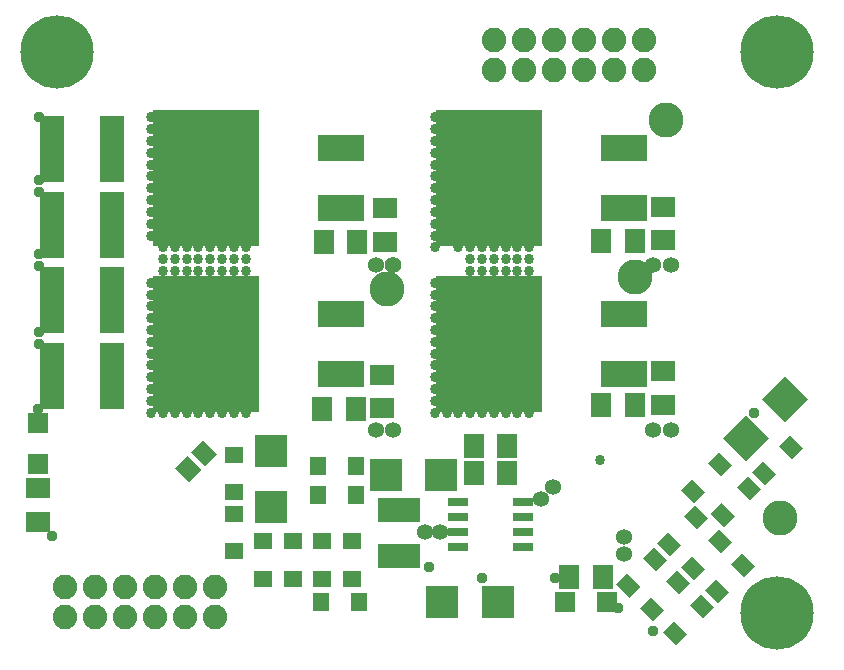
<source format=gbr>
G04 EAGLE Gerber RS-274X export*
G75*
%MOMM*%
%FSLAX34Y34*%
%LPD*%
%INSoldermask Top*%
%IPPOS*%
%AMOC8*
5,1,8,0,0,1.08239X$1,22.5*%
G01*
%ADD10R,1.803200X2.003200*%
%ADD11R,3.603200X2.103200*%
%ADD12R,1.723200X0.803200*%
%ADD13R,2.743200X2.743200*%
%ADD14R,1.317800X1.564400*%
%ADD15R,4.013200X2.286000*%
%ADD16R,9.093200X11.633200*%
%ADD17R,2.006200X1.803200*%
%ADD18R,1.803200X2.006200*%
%ADD19R,2.053200X5.703200*%
%ADD20R,1.564400X1.317800*%
%ADD21R,2.743200X2.743200*%
%ADD22R,1.703200X1.703200*%
%ADD23C,2.963200*%
%ADD24C,2.082800*%
%ADD25R,1.503200X1.703200*%
%ADD26C,3.903200*%
%ADD27C,6.203200*%
%ADD28C,0.859600*%
%ADD29C,0.959600*%
%ADD30C,1.409600*%
%ADD31C,1.359600*%


D10*
X393000Y182000D03*
X421000Y182000D03*
X393000Y159000D03*
X421000Y159000D03*
D11*
X330000Y88500D03*
X330000Y127500D03*
D12*
X379400Y108650D03*
X379400Y121350D03*
X379400Y134050D03*
X379400Y95950D03*
X434600Y108650D03*
X434600Y121350D03*
X434600Y134050D03*
X434600Y95950D03*
D13*
X318505Y157000D03*
X365495Y157000D03*
D14*
G36*
X536127Y87188D02*
X545446Y96507D01*
X556507Y85446D01*
X547188Y76127D01*
X536127Y87188D01*
G37*
G36*
X513493Y64554D02*
X522812Y73873D01*
X533873Y62812D01*
X524554Y53493D01*
X513493Y64554D01*
G37*
G36*
X556127Y67188D02*
X565446Y76507D01*
X576507Y65446D01*
X567188Y56127D01*
X556127Y67188D01*
G37*
G36*
X533493Y44554D02*
X542812Y53873D01*
X553873Y42812D01*
X544554Y33493D01*
X533493Y44554D01*
G37*
D15*
X520400Y242900D03*
X520400Y293700D03*
D16*
X406100Y268300D03*
D17*
X553000Y216840D03*
X553000Y245280D03*
D18*
X500780Y216380D03*
X529220Y216380D03*
D15*
X520400Y382900D03*
X520400Y433700D03*
D16*
X406100Y408300D03*
D17*
X553000Y355840D03*
X553000Y384280D03*
D18*
X500780Y355380D03*
X529220Y355380D03*
D14*
X260996Y165000D03*
X293004Y165000D03*
X260996Y140000D03*
X293004Y140000D03*
D15*
X280400Y242900D03*
X280400Y293700D03*
D16*
X166100Y268300D03*
D17*
X315680Y213840D03*
X315680Y242280D03*
D18*
X264780Y213380D03*
X293220Y213380D03*
D15*
X280400Y382900D03*
X280400Y433700D03*
D16*
X166100Y408300D03*
D17*
X317680Y354840D03*
X317680Y383280D03*
D18*
X265920Y354380D03*
X294360Y354380D03*
D19*
X87000Y369000D03*
X36000Y369000D03*
X87000Y433000D03*
X36000Y433000D03*
X87000Y305000D03*
X36000Y305000D03*
X87000Y241000D03*
X36000Y241000D03*
D20*
X215000Y101004D03*
X215000Y68996D03*
X190000Y124504D03*
X190000Y92496D03*
X190000Y174504D03*
X190000Y142496D03*
D13*
X221000Y130505D03*
X221000Y177495D03*
D14*
G36*
X616127Y147188D02*
X625446Y156507D01*
X636507Y145446D01*
X627188Y136127D01*
X616127Y147188D01*
G37*
G36*
X593493Y124554D02*
X602812Y133873D01*
X613873Y122812D01*
X604554Y113493D01*
X593493Y124554D01*
G37*
G36*
X591127Y167188D02*
X600446Y176507D01*
X611507Y165446D01*
X602188Y156127D01*
X591127Y167188D01*
G37*
G36*
X568493Y144554D02*
X577812Y153873D01*
X588873Y142812D01*
X579554Y133493D01*
X568493Y144554D01*
G37*
G36*
X651127Y182188D02*
X660446Y191507D01*
X671507Y180446D01*
X662188Y171127D01*
X651127Y182188D01*
G37*
G36*
X628493Y159554D02*
X637812Y168873D01*
X648873Y157812D01*
X639554Y148493D01*
X628493Y159554D01*
G37*
D21*
G36*
X637216Y221613D02*
X656613Y241010D01*
X676010Y221613D01*
X656613Y202216D01*
X637216Y221613D01*
G37*
G36*
X642784Y188387D02*
X623387Y168990D01*
X603990Y188387D01*
X623387Y207784D01*
X642784Y188387D01*
G37*
D13*
X413495Y50000D03*
X366505Y50000D03*
D17*
X24000Y117780D03*
X24000Y146220D03*
D18*
X473780Y71000D03*
X502220Y71000D03*
D22*
X24000Y201500D03*
X24000Y166500D03*
X505500Y50000D03*
X470500Y50000D03*
D23*
X320000Y315000D03*
X530000Y325000D03*
X556000Y458000D03*
X652000Y121000D03*
D24*
X47000Y37000D03*
X47000Y62400D03*
X72400Y37000D03*
X72400Y62400D03*
X97800Y37000D03*
X97800Y62400D03*
X123200Y37000D03*
X123200Y62400D03*
X148600Y37000D03*
X148600Y62400D03*
X174000Y37000D03*
X174000Y62400D03*
X410000Y500000D03*
X410000Y525400D03*
X435400Y500000D03*
X435400Y525400D03*
X460800Y500000D03*
X460800Y525400D03*
X486200Y500000D03*
X486200Y525400D03*
X511600Y500000D03*
X511600Y525400D03*
X537000Y500000D03*
X537000Y525400D03*
D25*
G36*
X162618Y161575D02*
X151989Y150946D01*
X139946Y162989D01*
X150575Y173618D01*
X162618Y161575D01*
G37*
G36*
X176054Y175011D02*
X165425Y164382D01*
X153382Y176425D01*
X164011Y187054D01*
X176054Y175011D01*
G37*
D26*
X650000Y40000D03*
D27*
X650000Y40000D03*
D26*
X40000Y515000D03*
D27*
X40000Y515000D03*
D26*
X650000Y515000D03*
D27*
X650000Y515000D03*
D14*
X263996Y50000D03*
X296004Y50000D03*
D20*
X290000Y101004D03*
X290000Y68996D03*
X265000Y101004D03*
X265000Y68996D03*
X240000Y101004D03*
X240000Y68996D03*
D14*
G36*
X576127Y47188D02*
X585446Y56507D01*
X596507Y45446D01*
X587188Y36127D01*
X576127Y47188D01*
G37*
G36*
X553493Y24554D02*
X562812Y33873D01*
X573873Y22812D01*
X564554Y13493D01*
X553493Y24554D01*
G37*
G36*
X611127Y82188D02*
X620446Y91507D01*
X631507Y80446D01*
X622188Y71127D01*
X611127Y82188D01*
G37*
G36*
X588493Y59554D02*
X597812Y68873D01*
X608873Y57812D01*
X599554Y48493D01*
X588493Y59554D01*
G37*
G36*
X591127Y102188D02*
X600446Y111507D01*
X611507Y100446D01*
X602188Y91127D01*
X591127Y102188D01*
G37*
G36*
X568493Y79554D02*
X577812Y88873D01*
X588873Y77812D01*
X579554Y68493D01*
X568493Y79554D01*
G37*
G36*
X571127Y122188D02*
X580446Y131507D01*
X591507Y120446D01*
X582188Y111127D01*
X571127Y122188D01*
G37*
G36*
X548493Y99554D02*
X557812Y108873D01*
X568873Y97812D01*
X559554Y88493D01*
X548493Y99554D01*
G37*
D28*
X360000Y460000D03*
X360000Y450000D03*
X360000Y440000D03*
X360000Y430000D03*
X360000Y420000D03*
X360000Y410000D03*
X360000Y400000D03*
X360000Y390000D03*
X360000Y380000D03*
X360000Y370000D03*
X360000Y360000D03*
X360000Y350000D03*
X370000Y360000D03*
X370000Y370000D03*
X370000Y380000D03*
X370000Y390000D03*
X370000Y400000D03*
X370000Y410000D03*
X370000Y420000D03*
X370000Y430000D03*
X370000Y440000D03*
X370000Y450000D03*
X370000Y460000D03*
X380000Y460000D03*
X380000Y450000D03*
X380000Y440000D03*
X380000Y430000D03*
X380000Y420000D03*
X380000Y410000D03*
X380000Y400000D03*
X380000Y390000D03*
X380000Y380000D03*
X380000Y370000D03*
X380000Y360000D03*
X380000Y350000D03*
X390000Y460000D03*
X390000Y450000D03*
X390000Y440000D03*
X390000Y430000D03*
X390000Y420000D03*
X390000Y410000D03*
X390000Y400000D03*
X390000Y390000D03*
X390000Y380000D03*
X390000Y370000D03*
X390000Y360000D03*
X390000Y350000D03*
X390000Y340000D03*
X400000Y340000D03*
X400000Y350000D03*
X400000Y360000D03*
X400000Y370000D03*
X400000Y380000D03*
X400000Y390000D03*
X400000Y400000D03*
X400000Y410000D03*
X400000Y420000D03*
X400000Y430000D03*
X400000Y440000D03*
X400000Y450000D03*
X400000Y460000D03*
X410000Y460000D03*
X410000Y450000D03*
X410000Y440000D03*
X410000Y430000D03*
X410000Y420000D03*
X410000Y410000D03*
X410000Y400000D03*
X410000Y390000D03*
X410000Y380000D03*
X410000Y370000D03*
X410000Y360000D03*
X410000Y350000D03*
X410000Y340000D03*
X420000Y460000D03*
X420000Y450000D03*
X420000Y440000D03*
X420000Y430000D03*
X420000Y420000D03*
X420000Y410000D03*
X420000Y400000D03*
X420000Y390000D03*
X420000Y380000D03*
X420000Y370000D03*
X420000Y360000D03*
X420000Y350000D03*
X420000Y340000D03*
X430000Y340000D03*
X430000Y350000D03*
X430000Y360000D03*
X430000Y370000D03*
X430000Y380000D03*
X430000Y390000D03*
X430000Y400000D03*
X430000Y410000D03*
X430000Y420000D03*
X430000Y430000D03*
X430000Y440000D03*
X430000Y450000D03*
X430000Y460000D03*
X440000Y460000D03*
X440000Y450000D03*
X440000Y440000D03*
X440000Y430000D03*
X440000Y420000D03*
X440000Y410000D03*
X440000Y400000D03*
X440000Y390000D03*
X440000Y380000D03*
X440000Y370000D03*
X440000Y360000D03*
X440000Y350000D03*
X440000Y340000D03*
X360000Y320000D03*
X360000Y310000D03*
X360000Y300000D03*
X360000Y290000D03*
X360000Y280000D03*
X360000Y270000D03*
X360000Y260000D03*
X360000Y250000D03*
X360000Y240000D03*
X360000Y230000D03*
X360000Y220000D03*
X360000Y210000D03*
X370000Y210000D03*
X370000Y220000D03*
X370000Y230000D03*
X370000Y240000D03*
X370000Y250000D03*
X370000Y260000D03*
X370000Y270000D03*
X370000Y280000D03*
X370000Y290000D03*
X370000Y300000D03*
X370000Y310000D03*
X380000Y320000D03*
X380000Y310000D03*
X380000Y300000D03*
X380000Y290000D03*
X380000Y280000D03*
X380000Y270000D03*
X380000Y260000D03*
X380000Y250000D03*
X380000Y240000D03*
X380000Y230000D03*
X380000Y220000D03*
X380000Y210000D03*
X390000Y330000D03*
X390000Y320000D03*
X390000Y310000D03*
X390000Y300000D03*
X390000Y290000D03*
X390000Y280000D03*
X390000Y270000D03*
X390000Y260000D03*
X390000Y250000D03*
X390000Y240000D03*
X390000Y230000D03*
X390000Y220000D03*
X390000Y210000D03*
X400000Y210000D03*
X400000Y220000D03*
X400000Y230000D03*
X400000Y240000D03*
X400000Y250000D03*
X400000Y260000D03*
X400000Y270000D03*
X400000Y280000D03*
X400000Y290000D03*
X400000Y300000D03*
X400000Y310000D03*
X400000Y320000D03*
X400000Y330000D03*
X410000Y330000D03*
X410000Y320000D03*
X410000Y310000D03*
X410000Y300000D03*
X410000Y290000D03*
X410000Y280000D03*
X410000Y270000D03*
X410000Y260000D03*
X410000Y250000D03*
X410000Y240000D03*
X410000Y230000D03*
X410000Y220000D03*
X410000Y210000D03*
X420000Y330000D03*
X420000Y320000D03*
X420000Y310000D03*
X420000Y300000D03*
X420000Y290000D03*
X420000Y280000D03*
X420000Y270000D03*
X420000Y260000D03*
X420000Y250000D03*
X420000Y240000D03*
X420000Y230000D03*
X420000Y220000D03*
X420000Y210000D03*
X430000Y210000D03*
X430000Y220000D03*
X430000Y230000D03*
X430000Y240000D03*
X430000Y250000D03*
X430000Y260000D03*
X430000Y270000D03*
X430000Y280000D03*
X430000Y290000D03*
X430000Y300000D03*
X430000Y310000D03*
X430000Y320000D03*
X430000Y330000D03*
X440000Y330000D03*
X440000Y320000D03*
X440000Y310000D03*
X440000Y300000D03*
X440000Y290000D03*
X440000Y280000D03*
X440000Y270000D03*
X440000Y260000D03*
X440000Y250000D03*
X440000Y240000D03*
X440000Y230000D03*
X440000Y220000D03*
X440000Y210000D03*
D29*
X630000Y210000D03*
D28*
X120000Y460000D03*
X120000Y450000D03*
X120000Y440000D03*
X120000Y430000D03*
X120000Y420000D03*
X120000Y410000D03*
X120000Y400000D03*
X120000Y390000D03*
X120000Y380000D03*
X120000Y370000D03*
X120000Y360000D03*
X130000Y340000D03*
X130000Y350000D03*
X130000Y360000D03*
X130000Y370000D03*
X130000Y380000D03*
X130000Y390000D03*
X130000Y400000D03*
X130000Y410000D03*
X130000Y420000D03*
X130000Y430000D03*
X130000Y440000D03*
X130000Y450000D03*
X130000Y460000D03*
X140000Y460000D03*
X140000Y450000D03*
X140000Y440000D03*
X140000Y430000D03*
X140000Y420000D03*
X140000Y410000D03*
X140000Y400000D03*
X140000Y390000D03*
X140000Y380000D03*
X140000Y370000D03*
X140000Y360000D03*
X140000Y350000D03*
X140000Y340000D03*
X150000Y460000D03*
X150000Y450000D03*
X150000Y440000D03*
X150000Y430000D03*
X150000Y420000D03*
X150000Y410000D03*
X150000Y400000D03*
X150000Y390000D03*
X150000Y380000D03*
X150000Y370000D03*
X150000Y360000D03*
X150000Y350000D03*
X150000Y340000D03*
X160000Y340000D03*
X160000Y350000D03*
X160000Y360000D03*
X160000Y370000D03*
X160000Y380000D03*
X160000Y390000D03*
X160000Y400000D03*
X160000Y410000D03*
X160000Y420000D03*
X160000Y430000D03*
X160000Y440000D03*
X160000Y450000D03*
X160000Y460000D03*
X170000Y460000D03*
X170000Y450000D03*
X170000Y440000D03*
X170000Y430000D03*
X170000Y420000D03*
X170000Y410000D03*
X170000Y400000D03*
X170000Y390000D03*
X170000Y380000D03*
X170000Y370000D03*
X170000Y360000D03*
X170000Y350000D03*
X170000Y340000D03*
X180000Y460000D03*
X180000Y450000D03*
X180000Y440000D03*
X180000Y430000D03*
X180000Y420000D03*
X180000Y410000D03*
X180000Y400000D03*
X180000Y390000D03*
X180000Y380000D03*
X180000Y370000D03*
X180000Y360000D03*
X180000Y350000D03*
X180000Y340000D03*
X190000Y340000D03*
X190000Y350000D03*
X190000Y360000D03*
X190000Y370000D03*
X190000Y380000D03*
X190000Y390000D03*
X190000Y400000D03*
X190000Y410000D03*
X190000Y420000D03*
X190000Y430000D03*
X190000Y440000D03*
X190000Y450000D03*
X190000Y460000D03*
X200000Y460000D03*
X200000Y450000D03*
X200000Y440000D03*
X200000Y430000D03*
X200000Y420000D03*
X200000Y410000D03*
X200000Y400000D03*
X200000Y390000D03*
X200000Y380000D03*
X200000Y370000D03*
X200000Y360000D03*
X200000Y350000D03*
X200000Y340000D03*
X120000Y320000D03*
X120000Y310000D03*
X120000Y300000D03*
X120000Y290000D03*
X120000Y280000D03*
X120000Y270000D03*
X120000Y260000D03*
X120000Y250000D03*
X120000Y240000D03*
X120000Y230000D03*
X120000Y220000D03*
X120000Y210000D03*
X130000Y210000D03*
X130000Y220000D03*
X130000Y230000D03*
X130000Y240000D03*
X130000Y250000D03*
X130000Y260000D03*
X130000Y270000D03*
X130000Y280000D03*
X130000Y290000D03*
X130000Y300000D03*
X130000Y310000D03*
X130000Y320000D03*
X130000Y330000D03*
X140000Y330000D03*
X140000Y320000D03*
X140000Y310000D03*
X140000Y300000D03*
X140000Y290000D03*
X140000Y280000D03*
X140000Y270000D03*
X140000Y260000D03*
X140000Y250000D03*
X140000Y240000D03*
X140000Y230000D03*
X140000Y220000D03*
X140000Y210000D03*
X150000Y330000D03*
X150000Y320000D03*
X150000Y310000D03*
X150000Y300000D03*
X150000Y290000D03*
X150000Y280000D03*
X150000Y270000D03*
X150000Y260000D03*
X150000Y250000D03*
X150000Y240000D03*
X150000Y230000D03*
X150000Y220000D03*
X150000Y210000D03*
X160000Y210000D03*
X160000Y220000D03*
X160000Y230000D03*
X160000Y240000D03*
X160000Y250000D03*
X160000Y260000D03*
X160000Y270000D03*
X160000Y280000D03*
X160000Y290000D03*
X160000Y300000D03*
X160000Y310000D03*
X160000Y320000D03*
X160000Y330000D03*
X170000Y330000D03*
X170000Y320000D03*
X170000Y310000D03*
X170000Y300000D03*
X170000Y290000D03*
X170000Y280000D03*
X170000Y270000D03*
X170000Y260000D03*
X170000Y250000D03*
X170000Y240000D03*
X170000Y230000D03*
X170000Y220000D03*
X170000Y210000D03*
X180000Y330000D03*
X180000Y320000D03*
X180000Y310000D03*
X180000Y300000D03*
X180000Y290000D03*
X180000Y280000D03*
X180000Y270000D03*
X180000Y260000D03*
X180000Y250000D03*
X180000Y240000D03*
X180000Y230000D03*
X180000Y220000D03*
X180000Y210000D03*
X190000Y210000D03*
X190000Y220000D03*
X190000Y230000D03*
X190000Y240000D03*
X190000Y250000D03*
X190000Y260000D03*
X190000Y270000D03*
X190000Y280000D03*
X190000Y290000D03*
X190000Y300000D03*
X190000Y310000D03*
X190000Y320000D03*
X190000Y330000D03*
X200000Y330000D03*
X200000Y320000D03*
X200000Y310000D03*
X200000Y300000D03*
X200000Y290000D03*
X200000Y280000D03*
X200000Y270000D03*
X200000Y260000D03*
X200000Y250000D03*
X200000Y240000D03*
X200000Y230000D03*
X200000Y220000D03*
X200000Y210000D03*
D29*
X36000Y106000D03*
D30*
X325000Y335000D03*
D31*
X364166Y108834D03*
X352166Y108834D03*
X310000Y195000D03*
X310000Y335000D03*
X325000Y195000D03*
D29*
X355000Y79000D03*
D31*
X450000Y137000D03*
X460000Y147000D03*
X545000Y195000D03*
X560000Y195000D03*
X560000Y335000D03*
X545000Y335000D03*
X520000Y90000D03*
X520000Y105000D03*
D28*
X500000Y170000D03*
D29*
X25000Y268000D03*
X25000Y278000D03*
X25000Y334000D03*
X25000Y344000D03*
X25000Y397000D03*
X25000Y407000D03*
X25000Y460000D03*
X24000Y213000D03*
X515000Y45000D03*
X545000Y25000D03*
X462000Y70000D03*
X400000Y70000D03*
M02*

</source>
